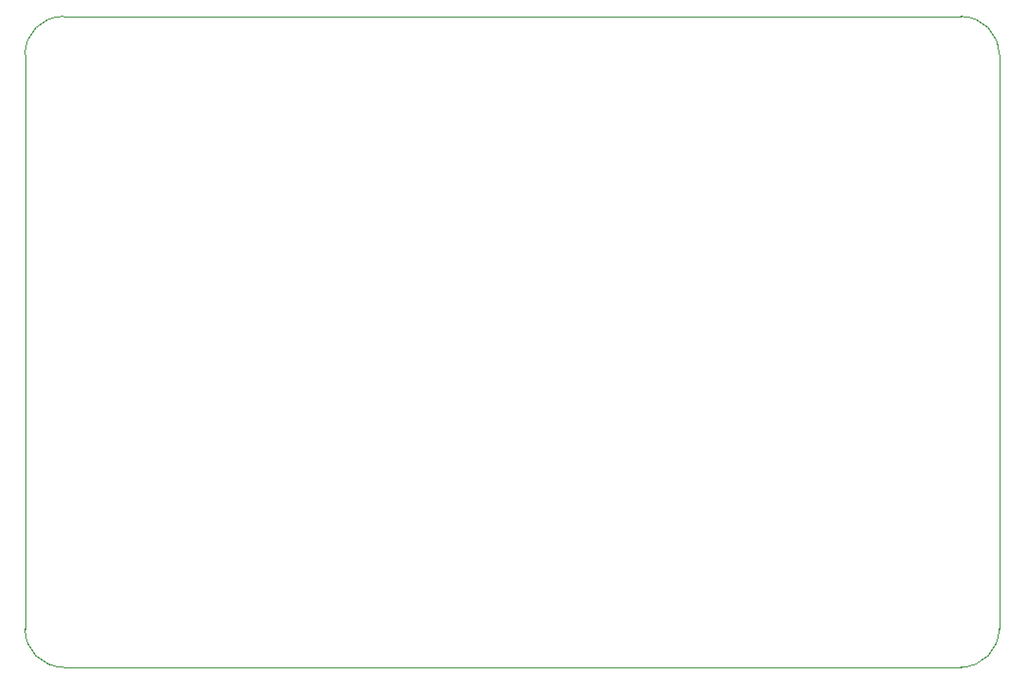
<source format=gbr>
%TF.GenerationSoftware,KiCad,Pcbnew,7.0.10*%
%TF.CreationDate,2024-05-02T22:21:23+08:00*%
%TF.ProjectId,dispo-board,64697370-6f2d-4626-9f61-72642e6b6963,rev?*%
%TF.SameCoordinates,Original*%
%TF.FileFunction,Profile,NP*%
%FSLAX46Y46*%
G04 Gerber Fmt 4.6, Leading zero omitted, Abs format (unit mm)*
G04 Created by KiCad (PCBNEW 7.0.10) date 2024-05-02 22:21:23*
%MOMM*%
%LPD*%
G01*
G04 APERTURE LIST*
%TA.AperFunction,Profile*%
%ADD10C,0.100000*%
%TD*%
G04 APERTURE END LIST*
D10*
X110490000Y-25400000D02*
X110490000Y-75184000D01*
X107188000Y-78486000D02*
G75*
G03*
X110490000Y-75184000I0J3302000D01*
G01*
X26162000Y-25400000D02*
X26162000Y-75184000D01*
X110490000Y-25400000D02*
G75*
G03*
X107188000Y-22098000I-3302000J0D01*
G01*
X29464000Y-78486000D02*
X107188000Y-78486000D01*
X26162000Y-75184000D02*
G75*
G03*
X29464000Y-78486000I3302000J0D01*
G01*
X29464000Y-22098000D02*
X107188000Y-22098000D01*
X29464000Y-22098000D02*
G75*
G03*
X26162000Y-25400000I0J-3302000D01*
G01*
M02*

</source>
